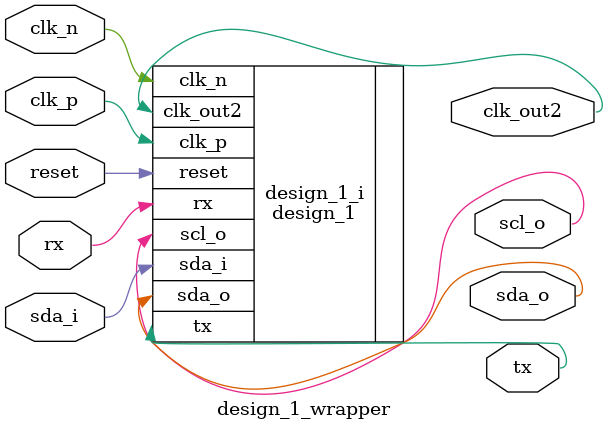
<source format=v>
`timescale 1 ps / 1 ps

module design_1_wrapper
   (clk_n,
    clk_out2,
    clk_p,
    reset,
    rx,
    scl_o,
    sda_i,
    sda_o,
    tx);
  input clk_n;
  output clk_out2;
  input clk_p;
  input reset;
  input rx;
  output scl_o;
  input sda_i;
  output sda_o;
  output tx;

  wire clk_n;
  wire clk_out2;
  wire clk_p;
  wire reset;
  wire rx;
  wire scl_o;
  wire sda_i;
  wire sda_o;
  wire tx;

  design_1 design_1_i
       (.clk_n(clk_n),
        .clk_out2(clk_out2),
        .clk_p(clk_p),
        .reset(reset),
        .rx(rx),
        .scl_o(scl_o),
        .sda_i(sda_i),
        .sda_o(sda_o),
        .tx(tx));
endmodule

</source>
